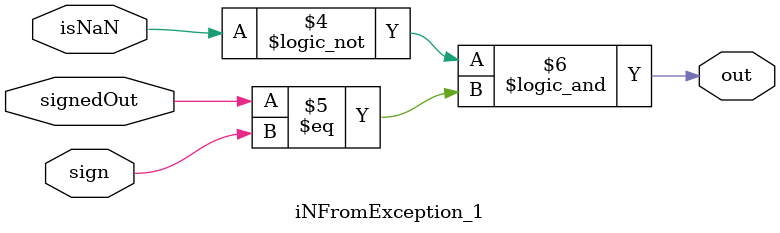
<source format=v>
module
    iNFromException_1#(parameter width = 1) (
        input signedOut,
        input isNaN,
        input sign,
        output [(width - 1):0] out
    );
    assign out =
        {!isNaN && (signedOut == sign), {(width - 1){!isNaN && !sign}}};
endmodule
</source>
